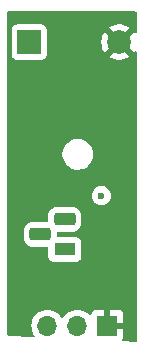
<source format=gbr>
%TF.GenerationSoftware,KiCad,Pcbnew,8.0.3*%
%TF.CreationDate,2024-07-03T12:43:34+02:00*%
%TF.ProjectId,Passive Buzzer Module,50617373-6976-4652-9042-757a7a657220,rev?*%
%TF.SameCoordinates,Original*%
%TF.FileFunction,Copper,L2,Inr*%
%TF.FilePolarity,Positive*%
%FSLAX46Y46*%
G04 Gerber Fmt 4.6, Leading zero omitted, Abs format (unit mm)*
G04 Created by KiCad (PCBNEW 8.0.3) date 2024-07-03 12:43:34*
%MOMM*%
%LPD*%
G01*
G04 APERTURE LIST*
G04 Aperture macros list*
%AMRoundRect*
0 Rectangle with rounded corners*
0 $1 Rounding radius*
0 $2 $3 $4 $5 $6 $7 $8 $9 X,Y pos of 4 corners*
0 Add a 4 corners polygon primitive as box body*
4,1,4,$2,$3,$4,$5,$6,$7,$8,$9,$2,$3,0*
0 Add four circle primitives for the rounded corners*
1,1,$1+$1,$2,$3*
1,1,$1+$1,$4,$5*
1,1,$1+$1,$6,$7*
1,1,$1+$1,$8,$9*
0 Add four rect primitives between the rounded corners*
20,1,$1+$1,$2,$3,$4,$5,0*
20,1,$1+$1,$4,$5,$6,$7,0*
20,1,$1+$1,$6,$7,$8,$9,0*
20,1,$1+$1,$8,$9,$2,$3,0*%
G04 Aperture macros list end*
%TA.AperFunction,ComponentPad*%
%ADD10R,1.800000X1.100000*%
%TD*%
%TA.AperFunction,ComponentPad*%
%ADD11RoundRect,0.275000X0.625000X-0.275000X0.625000X0.275000X-0.625000X0.275000X-0.625000X-0.275000X0*%
%TD*%
%TA.AperFunction,ComponentPad*%
%ADD12R,1.700000X1.700000*%
%TD*%
%TA.AperFunction,ComponentPad*%
%ADD13O,1.700000X1.700000*%
%TD*%
%TA.AperFunction,ComponentPad*%
%ADD14R,2.000000X2.000000*%
%TD*%
%TA.AperFunction,ComponentPad*%
%ADD15C,2.000000*%
%TD*%
%TA.AperFunction,ViaPad*%
%ADD16C,0.600000*%
%TD*%
G04 APERTURE END LIST*
D10*
%TO.N,VCC*%
%TO.C,Q1*%
X136400000Y-106040000D03*
D11*
%TO.N,Net-(Q1-B)*%
X134330000Y-104770000D03*
%TO.N,Net-(BZ1-+)*%
X136400000Y-103500000D03*
%TD*%
D12*
%TO.N,GND*%
%TO.C,J1*%
X140000000Y-112500000D03*
D13*
%TO.N,Net-(J1-Pin_2)*%
X137460000Y-112500000D03*
%TO.N,VCC*%
X134920000Y-112500000D03*
%TD*%
D14*
%TO.N,Net-(BZ1-+)*%
%TO.C,BZ1*%
X133400000Y-88500000D03*
D15*
%TO.N,GND*%
X141000000Y-88500000D03*
%TD*%
D16*
%TO.N,Net-(Q1-B)*%
X139500000Y-101500000D03*
%TD*%
%TA.AperFunction,Conductor*%
%TO.N,GND*%
G36*
X142443039Y-85910613D02*
G01*
X142488794Y-85963417D01*
X142500000Y-86014928D01*
X142500000Y-87636922D01*
X142480315Y-87703961D01*
X142427511Y-87749716D01*
X142358353Y-87759660D01*
X142294797Y-87730635D01*
X142272192Y-87704744D01*
X142223434Y-87630116D01*
X141482962Y-88370589D01*
X141465925Y-88307007D01*
X141400099Y-88192993D01*
X141307007Y-88099901D01*
X141192993Y-88034075D01*
X141129410Y-88017037D01*
X141870057Y-87276390D01*
X141870056Y-87276389D01*
X141823229Y-87239943D01*
X141604614Y-87121635D01*
X141604603Y-87121630D01*
X141369493Y-87040916D01*
X141124293Y-87000000D01*
X140875707Y-87000000D01*
X140630506Y-87040916D01*
X140395396Y-87121630D01*
X140395390Y-87121632D01*
X140176761Y-87239949D01*
X140129942Y-87276388D01*
X140129942Y-87276390D01*
X140870590Y-88017037D01*
X140807007Y-88034075D01*
X140692993Y-88099901D01*
X140599901Y-88192993D01*
X140534075Y-88307007D01*
X140517037Y-88370589D01*
X139776564Y-87630116D01*
X139676267Y-87783632D01*
X139576412Y-88011282D01*
X139515387Y-88252261D01*
X139515385Y-88252270D01*
X139494859Y-88499994D01*
X139494859Y-88500005D01*
X139515385Y-88747729D01*
X139515387Y-88747738D01*
X139576412Y-88988717D01*
X139676266Y-89216364D01*
X139776564Y-89369882D01*
X140517037Y-88629409D01*
X140534075Y-88692993D01*
X140599901Y-88807007D01*
X140692993Y-88900099D01*
X140807007Y-88965925D01*
X140870590Y-88982962D01*
X140129942Y-89723609D01*
X140176768Y-89760055D01*
X140176770Y-89760056D01*
X140395385Y-89878364D01*
X140395396Y-89878369D01*
X140630506Y-89959083D01*
X140875707Y-90000000D01*
X141124293Y-90000000D01*
X141369493Y-89959083D01*
X141604603Y-89878369D01*
X141604614Y-89878364D01*
X141823228Y-89760057D01*
X141823231Y-89760055D01*
X141870056Y-89723609D01*
X141129409Y-88982962D01*
X141192993Y-88965925D01*
X141307007Y-88900099D01*
X141400099Y-88807007D01*
X141465925Y-88692993D01*
X141482962Y-88629410D01*
X142223434Y-89369882D01*
X142272192Y-89295255D01*
X142325338Y-89249898D01*
X142394570Y-89240475D01*
X142457905Y-89269978D01*
X142495237Y-89329038D01*
X142500000Y-89363077D01*
X142500000Y-113761163D01*
X142480315Y-113828202D01*
X142427511Y-113873957D01*
X142370369Y-113885035D01*
X141350743Y-113838688D01*
X141284667Y-113815980D01*
X141241357Y-113761153D01*
X141234564Y-113691614D01*
X141257109Y-113640503D01*
X141293352Y-113592090D01*
X141293354Y-113592086D01*
X141343596Y-113457379D01*
X141343598Y-113457372D01*
X141349999Y-113397844D01*
X141350000Y-113397827D01*
X141350000Y-112750000D01*
X140433012Y-112750000D01*
X140465925Y-112692993D01*
X140500000Y-112565826D01*
X140500000Y-112434174D01*
X140465925Y-112307007D01*
X140433012Y-112250000D01*
X141350000Y-112250000D01*
X141350000Y-111602172D01*
X141349999Y-111602155D01*
X141343598Y-111542627D01*
X141343596Y-111542620D01*
X141293354Y-111407913D01*
X141293350Y-111407906D01*
X141207190Y-111292812D01*
X141207187Y-111292809D01*
X141092093Y-111206649D01*
X141092086Y-111206645D01*
X140957379Y-111156403D01*
X140957372Y-111156401D01*
X140897844Y-111150000D01*
X140250000Y-111150000D01*
X140250000Y-112066988D01*
X140192993Y-112034075D01*
X140065826Y-112000000D01*
X139934174Y-112000000D01*
X139807007Y-112034075D01*
X139750000Y-112066988D01*
X139750000Y-111150000D01*
X139102155Y-111150000D01*
X139042627Y-111156401D01*
X139042620Y-111156403D01*
X138907913Y-111206645D01*
X138907906Y-111206649D01*
X138792812Y-111292809D01*
X138792809Y-111292812D01*
X138706649Y-111407906D01*
X138706645Y-111407913D01*
X138657578Y-111539470D01*
X138615707Y-111595404D01*
X138550242Y-111619821D01*
X138481969Y-111604969D01*
X138453715Y-111583819D01*
X138409366Y-111539470D01*
X138331401Y-111461505D01*
X138331397Y-111461502D01*
X138331396Y-111461501D01*
X138137834Y-111325967D01*
X138137830Y-111325965D01*
X138066727Y-111292809D01*
X137923663Y-111226097D01*
X137923659Y-111226096D01*
X137923655Y-111226094D01*
X137695413Y-111164938D01*
X137695403Y-111164936D01*
X137460001Y-111144341D01*
X137459999Y-111144341D01*
X137224596Y-111164936D01*
X137224586Y-111164938D01*
X136996344Y-111226094D01*
X136996335Y-111226098D01*
X136782171Y-111325964D01*
X136782169Y-111325965D01*
X136588597Y-111461505D01*
X136421505Y-111628597D01*
X136291575Y-111814158D01*
X136236998Y-111857783D01*
X136167500Y-111864977D01*
X136105145Y-111833454D01*
X136088425Y-111814158D01*
X135958494Y-111628597D01*
X135791402Y-111461506D01*
X135791395Y-111461501D01*
X135597834Y-111325967D01*
X135597830Y-111325965D01*
X135526727Y-111292809D01*
X135383663Y-111226097D01*
X135383659Y-111226096D01*
X135383655Y-111226094D01*
X135155413Y-111164938D01*
X135155403Y-111164936D01*
X134920001Y-111144341D01*
X134919999Y-111144341D01*
X134684596Y-111164936D01*
X134684586Y-111164938D01*
X134456344Y-111226094D01*
X134456335Y-111226098D01*
X134242171Y-111325964D01*
X134242169Y-111325965D01*
X134048597Y-111461505D01*
X133881505Y-111628597D01*
X133745965Y-111822169D01*
X133745964Y-111822171D01*
X133646098Y-112036335D01*
X133646094Y-112036344D01*
X133584938Y-112264586D01*
X133584936Y-112264596D01*
X133564341Y-112499999D01*
X133564341Y-112500000D01*
X133584936Y-112735403D01*
X133584938Y-112735413D01*
X133646094Y-112963655D01*
X133646096Y-112963659D01*
X133646097Y-112963663D01*
X133696031Y-113070746D01*
X133745964Y-113177829D01*
X133745965Y-113177830D01*
X133829366Y-113296939D01*
X133851693Y-113363144D01*
X133834683Y-113430912D01*
X133783735Y-113478725D01*
X133722160Y-113491934D01*
X131664194Y-113398390D01*
X131598118Y-113375682D01*
X131554808Y-113320855D01*
X131545826Y-113274704D01*
X131533038Y-104451441D01*
X132929500Y-104451441D01*
X132929500Y-105088558D01*
X132944157Y-105218648D01*
X132944159Y-105218658D01*
X133001497Y-105382517D01*
X133001878Y-105383606D01*
X133094853Y-105531576D01*
X133218424Y-105655147D01*
X133366394Y-105748122D01*
X133531343Y-105805841D01*
X133531349Y-105805841D01*
X133531351Y-105805842D01*
X133572750Y-105810506D01*
X133661442Y-105820499D01*
X133661445Y-105820500D01*
X134875500Y-105820500D01*
X134942539Y-105840185D01*
X134988294Y-105892989D01*
X134999500Y-105944500D01*
X134999500Y-106637870D01*
X134999501Y-106637876D01*
X135005908Y-106697483D01*
X135056202Y-106832328D01*
X135056206Y-106832335D01*
X135142452Y-106947544D01*
X135142455Y-106947547D01*
X135257664Y-107033793D01*
X135257671Y-107033797D01*
X135392517Y-107084091D01*
X135392516Y-107084091D01*
X135399444Y-107084835D01*
X135452127Y-107090500D01*
X137347872Y-107090499D01*
X137407483Y-107084091D01*
X137542331Y-107033796D01*
X137657546Y-106947546D01*
X137743796Y-106832331D01*
X137794091Y-106697483D01*
X137800500Y-106637873D01*
X137800499Y-105442128D01*
X137794091Y-105382517D01*
X137743796Y-105247669D01*
X137743795Y-105247668D01*
X137743793Y-105247664D01*
X137657547Y-105132455D01*
X137657544Y-105132452D01*
X137542335Y-105046206D01*
X137542328Y-105046202D01*
X137407482Y-104995908D01*
X137407483Y-104995908D01*
X137347883Y-104989501D01*
X137347881Y-104989500D01*
X137347873Y-104989500D01*
X137347865Y-104989500D01*
X135854500Y-104989500D01*
X135787461Y-104969815D01*
X135741706Y-104917011D01*
X135730500Y-104865500D01*
X135730500Y-104674500D01*
X135750185Y-104607461D01*
X135802989Y-104561706D01*
X135854500Y-104550500D01*
X137068555Y-104550500D01*
X137068556Y-104550499D01*
X137198657Y-104535841D01*
X137363606Y-104478122D01*
X137511576Y-104385147D01*
X137635147Y-104261576D01*
X137728122Y-104113606D01*
X137785841Y-103948657D01*
X137800500Y-103818552D01*
X137800500Y-103181448D01*
X137785841Y-103051343D01*
X137728122Y-102886394D01*
X137635147Y-102738424D01*
X137511576Y-102614853D01*
X137363606Y-102521878D01*
X137363605Y-102521877D01*
X137363604Y-102521877D01*
X137198658Y-102464159D01*
X137198648Y-102464157D01*
X137068558Y-102449500D01*
X137068552Y-102449500D01*
X135731448Y-102449500D01*
X135731441Y-102449500D01*
X135601351Y-102464157D01*
X135601341Y-102464159D01*
X135436395Y-102521877D01*
X135288423Y-102614853D01*
X135164853Y-102738423D01*
X135071877Y-102886395D01*
X135014159Y-103051341D01*
X135014157Y-103051351D01*
X134999500Y-103181441D01*
X134999500Y-103595500D01*
X134979815Y-103662539D01*
X134927011Y-103708294D01*
X134875500Y-103719500D01*
X133661441Y-103719500D01*
X133531351Y-103734157D01*
X133531341Y-103734159D01*
X133366395Y-103791877D01*
X133218423Y-103884853D01*
X133094853Y-104008423D01*
X133001877Y-104156395D01*
X132944159Y-104321341D01*
X132944157Y-104321351D01*
X132929500Y-104451441D01*
X131533038Y-104451441D01*
X131528761Y-101499996D01*
X138694435Y-101499996D01*
X138694435Y-101500003D01*
X138714630Y-101679249D01*
X138714631Y-101679254D01*
X138774211Y-101849523D01*
X138870184Y-102002262D01*
X138997738Y-102129816D01*
X139150478Y-102225789D01*
X139320745Y-102285368D01*
X139320750Y-102285369D01*
X139499996Y-102305565D01*
X139500000Y-102305565D01*
X139500004Y-102305565D01*
X139679249Y-102285369D01*
X139679252Y-102285368D01*
X139679255Y-102285368D01*
X139849522Y-102225789D01*
X140002262Y-102129816D01*
X140129816Y-102002262D01*
X140225789Y-101849522D01*
X140285368Y-101679255D01*
X140305565Y-101500000D01*
X140285368Y-101320745D01*
X140225789Y-101150478D01*
X140129816Y-100997738D01*
X140002262Y-100870184D01*
X139849523Y-100774211D01*
X139679254Y-100714631D01*
X139679249Y-100714630D01*
X139500004Y-100694435D01*
X139499996Y-100694435D01*
X139320750Y-100714630D01*
X139320745Y-100714631D01*
X139150476Y-100774211D01*
X138997737Y-100870184D01*
X138870184Y-100997737D01*
X138774211Y-101150476D01*
X138714631Y-101320745D01*
X138714630Y-101320750D01*
X138694435Y-101499996D01*
X131528761Y-101499996D01*
X131523540Y-97897648D01*
X136199500Y-97897648D01*
X136199500Y-98102351D01*
X136231522Y-98304534D01*
X136294781Y-98499223D01*
X136387715Y-98681613D01*
X136508028Y-98847213D01*
X136652786Y-98991971D01*
X136807749Y-99104556D01*
X136818390Y-99112287D01*
X136934607Y-99171503D01*
X137000776Y-99205218D01*
X137000778Y-99205218D01*
X137000781Y-99205220D01*
X137105137Y-99239127D01*
X137195465Y-99268477D01*
X137296557Y-99284488D01*
X137397648Y-99300500D01*
X137397649Y-99300500D01*
X137602351Y-99300500D01*
X137602352Y-99300500D01*
X137804534Y-99268477D01*
X137999219Y-99205220D01*
X138181610Y-99112287D01*
X138274590Y-99044732D01*
X138347213Y-98991971D01*
X138347215Y-98991968D01*
X138347219Y-98991966D01*
X138491966Y-98847219D01*
X138491968Y-98847215D01*
X138491971Y-98847213D01*
X138544732Y-98774590D01*
X138612287Y-98681610D01*
X138705220Y-98499219D01*
X138768477Y-98304534D01*
X138800500Y-98102352D01*
X138800500Y-97897648D01*
X138768477Y-97695466D01*
X138705220Y-97500781D01*
X138705218Y-97500778D01*
X138705218Y-97500776D01*
X138671503Y-97434607D01*
X138612287Y-97318390D01*
X138604556Y-97307749D01*
X138491971Y-97152786D01*
X138347213Y-97008028D01*
X138181613Y-96887715D01*
X138181612Y-96887714D01*
X138181610Y-96887713D01*
X138124653Y-96858691D01*
X137999223Y-96794781D01*
X137804534Y-96731522D01*
X137629995Y-96703878D01*
X137602352Y-96699500D01*
X137397648Y-96699500D01*
X137373329Y-96703351D01*
X137195465Y-96731522D01*
X137000776Y-96794781D01*
X136818386Y-96887715D01*
X136652786Y-97008028D01*
X136508028Y-97152786D01*
X136387715Y-97318386D01*
X136294781Y-97500776D01*
X136231522Y-97695465D01*
X136199500Y-97897648D01*
X131523540Y-97897648D01*
X131517154Y-93491500D01*
X131508402Y-87452135D01*
X131899500Y-87452135D01*
X131899500Y-89547870D01*
X131899501Y-89547876D01*
X131905908Y-89607483D01*
X131956202Y-89742328D01*
X131956206Y-89742335D01*
X132042452Y-89857544D01*
X132042455Y-89857547D01*
X132157664Y-89943793D01*
X132157671Y-89943797D01*
X132292517Y-89994091D01*
X132292516Y-89994091D01*
X132299444Y-89994835D01*
X132352127Y-90000500D01*
X134447872Y-90000499D01*
X134507483Y-89994091D01*
X134642331Y-89943796D01*
X134757546Y-89857546D01*
X134843796Y-89742331D01*
X134894091Y-89607483D01*
X134900500Y-89547873D01*
X134900499Y-87452128D01*
X134894091Y-87392517D01*
X134850778Y-87276390D01*
X134843797Y-87257671D01*
X134843793Y-87257664D01*
X134757547Y-87142455D01*
X134757544Y-87142452D01*
X134642335Y-87056206D01*
X134642328Y-87056202D01*
X134507482Y-87005908D01*
X134507483Y-87005908D01*
X134447883Y-86999501D01*
X134447881Y-86999500D01*
X134447873Y-86999500D01*
X134447864Y-86999500D01*
X132352129Y-86999500D01*
X132352123Y-86999501D01*
X132292516Y-87005908D01*
X132157671Y-87056202D01*
X132157664Y-87056206D01*
X132042455Y-87142452D01*
X132042452Y-87142455D01*
X131956206Y-87257664D01*
X131956202Y-87257671D01*
X131905908Y-87392517D01*
X131899501Y-87452116D01*
X131899501Y-87452123D01*
X131899500Y-87452135D01*
X131508402Y-87452135D01*
X131506320Y-86015108D01*
X131525908Y-85948040D01*
X131578645Y-85902208D01*
X131630320Y-85890928D01*
X142376000Y-85890928D01*
X142443039Y-85910613D01*
G37*
%TD.AperFunction*%
%TD*%
M02*

</source>
